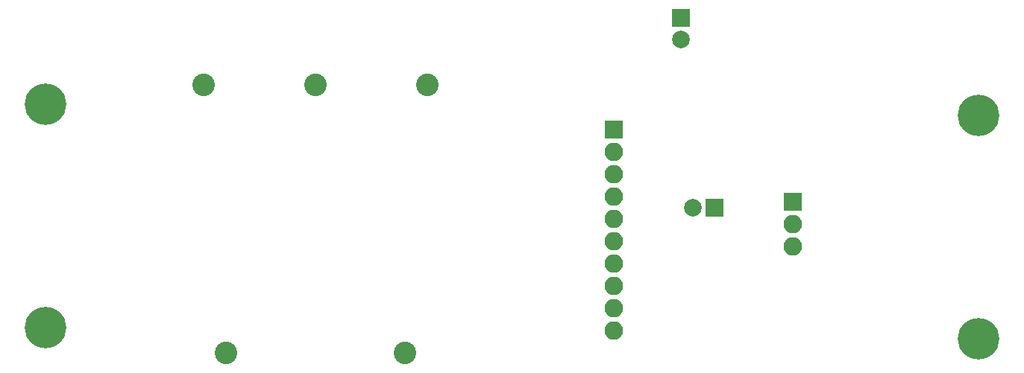
<source format=gbr>
%TF.GenerationSoftware,KiCad,Pcbnew,(5.0.0)*%
%TF.CreationDate,2019-02-20T22:56:50-06:00*%
%TF.ProjectId,HVSignalAmplifier,48565369676E616C416D706C69666965,rev?*%
%TF.SameCoordinates,Original*%
%TF.FileFunction,Soldermask,Bot*%
%TF.FilePolarity,Negative*%
%FSLAX46Y46*%
G04 Gerber Fmt 4.6, Leading zero omitted, Abs format (unit mm)*
G04 Created by KiCad (PCBNEW (5.0.0)) date 02/20/19 22:56:50*
%MOMM*%
%LPD*%
G01*
G04 APERTURE LIST*
%ADD10C,2.559000*%
%ADD11C,4.718000*%
%ADD12R,2.000000X2.000000*%
%ADD13C,2.000000*%
%ADD14R,2.100000X2.100000*%
%ADD15O,2.100000X2.100000*%
G04 APERTURE END LIST*
D10*
X133756400Y-119380000D03*
X113436400Y-119380000D03*
X136296400Y-88900000D03*
X110896400Y-88900000D03*
X123596400Y-88900000D03*
D11*
X92913200Y-116535200D03*
X92913200Y-91135200D03*
D12*
X168910000Y-102870000D03*
D13*
X166410000Y-102870000D03*
X165100000Y-83780000D03*
D12*
X165100000Y-81280000D03*
D11*
X198882000Y-92354400D03*
X198882000Y-117754400D03*
D14*
X157480000Y-93980000D03*
D15*
X157480000Y-96520000D03*
X157480000Y-99060000D03*
X157480000Y-101600000D03*
X157480000Y-104140000D03*
X157480000Y-106680000D03*
X157480000Y-109220000D03*
X157480000Y-111760000D03*
X157480000Y-114300000D03*
X157480000Y-116840000D03*
D14*
X177800000Y-102235000D03*
D15*
X177800000Y-104775000D03*
X177800000Y-107315000D03*
M02*

</source>
